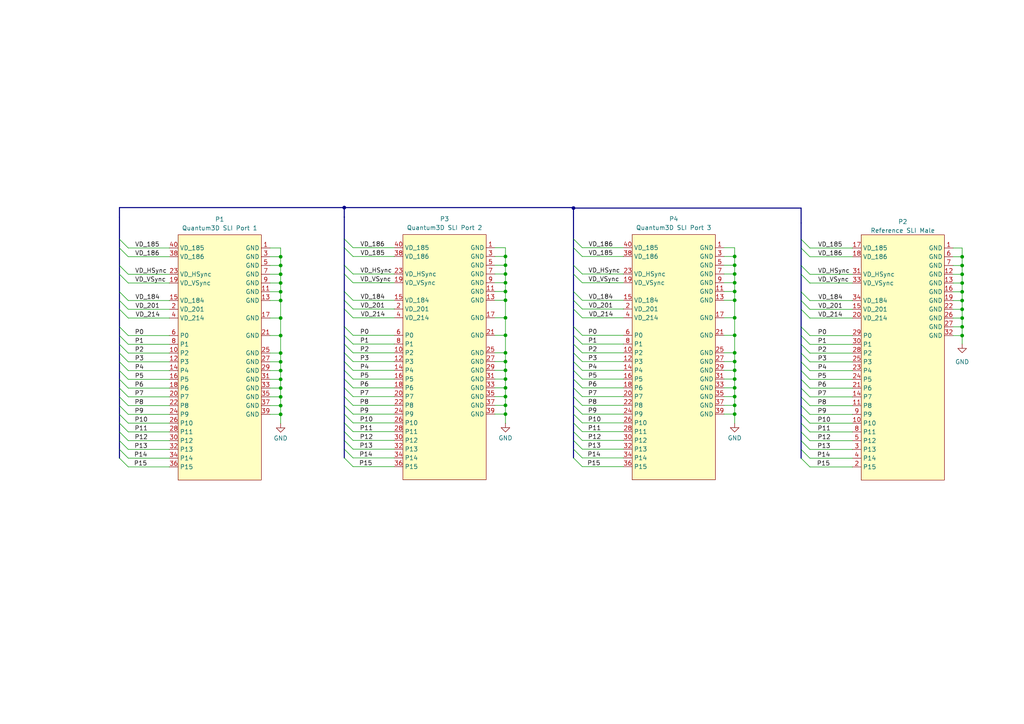
<source format=kicad_sch>
(kicad_sch (version 20231120) (generator "eeschema") (generator_version "8.0")
  (paper "A4")
  (lib_symbols
    (symbol "Quantum3D Voodoo2:Quantum_SLI_JP2"
      (property "Reference" "P" (at 12.192 1.524 0))
      (symbol "Quantum_SLI_JP2_0_0"
        (pin power_in line (at 26.67 -3.81 180) (length 2.54) (name "GND") (number "1"))
        (pin tri_state line (at -2.54 -34.29 0) (length 2.54) (name "P2") (number "10"))
        (pin power_in line (at 26.67 -16.51 180) (length 2.54) (name "GND") (number "11"))
        (pin tri_state line (at -2.54 -36.83 0) (length 2.54) (name "P3") (number "12"))
        (pin power_in line (at 26.67 -19.05 180) (length 2.54) (name "GND") (number "13"))
        (pin tri_state line (at -2.54 -39.37 0) (length 2.54) (name "P4") (number "14"))
        (pin tri_state line (at -2.54 -19.05 0) (length 2.54) (name "VD_184") (number "15"))
        (pin tri_state line (at -2.54 -41.91 0) (length 2.54) (name "P5") (number "16"))
        (pin power_in line (at 26.67 -24.13 180) (length 2.54) (name "GND") (number "17"))
        (pin tri_state line (at -2.54 -44.45 0) (length 2.54) (name "P6") (number "18"))
        (pin tri_state line (at -2.54 -21.59 0) (length 2.54) (name "VD_201") (number "2"))
        (pin tri_state line (at -2.54 -46.99 0) (length 2.54) (name "P7") (number "20"))
        (pin power_in line (at 26.67 -29.21 180) (length 2.54) (name "GND") (number "21"))
        (pin tri_state line (at -2.54 -49.53 0) (length 2.54) (name "P8") (number "22"))
        (pin tri_state line (at -2.54 -52.07 0) (length 2.54) (name "P9") (number "24"))
        (pin power_in line (at 26.67 -34.29 180) (length 2.54) (name "GND") (number "25"))
        (pin tri_state line (at -2.54 -54.61 0) (length 2.54) (name "P10") (number "26"))
        (pin power_in line (at 26.67 -36.83 180) (length 2.54) (name "GND") (number "27"))
        (pin tri_state line (at -2.54 -57.15 0) (length 2.54) (name "P11") (number "28"))
        (pin power_in line (at 26.67 -39.37 180) (length 2.54) (name "GND") (number "29"))
        (pin power_in line (at 26.67 -6.35 180) (length 2.54) (name "GND") (number "3"))
        (pin tri_state line (at -2.54 -59.69 0) (length 2.54) (name "P12") (number "30"))
        (pin power_in line (at 26.67 -41.91 180) (length 2.54) (name "GND") (number "31"))
        (pin tri_state line (at -2.54 -62.23 0) (length 2.54) (name "P13") (number "32"))
        (pin power_in line (at 26.67 -44.45 180) (length 2.54) (name "GND") (number "33"))
        (pin tri_state line (at -2.54 -64.77 0) (length 2.54) (name "P14") (number "34"))
        (pin power_in line (at 26.67 -46.99 180) (length 2.54) (name "GND") (number "35"))
        (pin tri_state line (at -2.54 -67.31 0) (length 2.54) (name "P15") (number "36"))
        (pin power_in line (at 26.67 -49.53 180) (length 2.54) (name "GND") (number "37"))
        (pin tri_state line (at -2.54 -6.35 0) (length 2.54) (name "VD_186") (number "38"))
        (pin power_in line (at 26.67 -52.07 180) (length 2.54) (name "GND") (number "39"))
        (pin tri_state line (at -2.54 -24.13 0) (length 2.54) (name "VD_214") (number "4"))
        (pin power_in line (at 26.67 -8.89 180) (length 2.54) (name "GND") (number "5"))
        (pin tri_state line (at -2.54 -29.21 0) (length 2.54) (name "P0") (number "6"))
        (pin power_in line (at 26.67 -11.43 180) (length 2.54) (name "GND") (number "7"))
        (pin tri_state line (at -2.54 -31.75 0) (length 2.54) (name "P1") (number "8"))
        (pin power_in line (at 26.67 -13.97 180) (length 2.54) (name "GND") (number "9"))
      )
      (symbol "Quantum_SLI_JP2_1_0"
        (pin tri_state line (at -2.54 -13.97 0) (length 2.54) (name "VD_VSync") (number "19"))
        (pin tri_state line (at -2.54 -11.43 0) (length 2.54) (name "VD_HSync") (number "23"))
        (pin tri_state line (at -2.54 -3.81 0) (length 2.54) (name "VD_185") (number "40"))
      )
      (symbol "Quantum_SLI_JP2_1_1"
        (rectangle (start 0 0) (end 24.13 -71.12) (fill (type background)))
      )
    )
    (symbol "Quantum3D Voodoo2:Reference_SLI_P1"
      (property "Reference" "P" (at 12.192 1.524 0))
      (symbol "Reference_SLI_P1_0_0"
        (pin power_in line (at 26.67 -3.81 180) (length 2.54) (name "GND") (number "1"))
        (pin tri_state line (at -2.54 -54.61 0) (length 2.54) (name "P10") (number "10"))
        (pin tri_state line (at -2.54 -49.53 0) (length 2.54) (name "P8") (number "11"))
        (pin power_in line (at 26.67 -11.43 180) (length 2.54) (name "GND") (number "12"))
        (pin power_in line (at 26.67 -13.97 180) (length 2.54) (name "GND") (number "13"))
        (pin tri_state line (at -2.54 -46.99 0) (length 2.54) (name "P7") (number "14"))
        (pin tri_state line (at -2.54 -21.59 0) (length 2.54) (name "VD_201") (number "15"))
        (pin power_in line (at 26.67 -16.51 180) (length 2.54) (name "GND") (number "16"))
        (pin tri_state line (at -2.54 -6.35 0) (length 2.54) (name "VD_186") (number "18"))
        (pin power_in line (at 26.67 -19.05 180) (length 2.54) (name "GND") (number "19"))
        (pin tri_state line (at -2.54 -67.31 0) (length 2.54) (name "P15") (number "2"))
        (pin tri_state line (at -2.54 -24.13 0) (length 2.54) (name "VD_214") (number "20"))
        (pin tri_state line (at -2.54 -44.45 0) (length 2.54) (name "P6") (number "21"))
        (pin power_in line (at 26.67 -21.59 180) (length 2.54) (name "GND") (number "22"))
        (pin tri_state line (at -2.54 -39.37 0) (length 2.54) (name "P4") (number "23"))
        (pin tri_state line (at -2.54 -41.91 0) (length 2.54) (name "P5") (number "24"))
        (pin tri_state line (at -2.54 -36.83 0) (length 2.54) (name "P3") (number "25"))
        (pin power_in line (at 26.67 -24.13 180) (length 2.54) (name "GND") (number "26"))
        (pin power_in line (at 26.67 -26.67 180) (length 2.54) (name "GND") (number "27"))
        (pin tri_state line (at -2.54 -34.29 0) (length 2.54) (name "P2") (number "28"))
        (pin tri_state line (at -2.54 -29.21 0) (length 2.54) (name "P0") (number "29"))
        (pin tri_state line (at -2.54 -62.23 0) (length 2.54) (name "P13") (number "3"))
        (pin tri_state line (at -2.54 -31.75 0) (length 2.54) (name "P1") (number "30"))
        (pin tri_state line (at -2.54 -11.43 0) (length 2.54) (name "VD_HSync") (number "31"))
        (pin power_in line (at 26.67 -29.21 180) (length 2.54) (name "GND") (number "32"))
        (pin tri_state line (at -2.54 -13.97 0) (length 2.54) (name "VD_VSync") (number "33"))
        (pin tri_state line (at -2.54 -19.05 0) (length 2.54) (name "VD_184") (number "34"))
        (pin tri_state line (at -2.54 -64.77 0) (length 2.54) (name "P14") (number "4"))
        (pin tri_state line (at -2.54 -59.69 0) (length 2.54) (name "P12") (number "5"))
        (pin power_in line (at 26.67 -6.35 180) (length 2.54) (name "GND") (number "6"))
        (pin power_in line (at 26.67 -8.89 180) (length 2.54) (name "GND") (number "7"))
        (pin tri_state line (at -2.54 -57.15 0) (length 2.54) (name "P11") (number "8"))
        (pin tri_state line (at -2.54 -52.07 0) (length 2.54) (name "P9") (number "9"))
      )
      (symbol "Reference_SLI_P1_1_0"
        (pin tri_state line (at -2.54 -3.81 0) (length 2.54) (name "VD_185") (number "17"))
      )
      (symbol "Reference_SLI_P1_1_1"
        (rectangle (start 0 0) (end 24.13 -71.12) (fill (type background)))
      )
    )
    (symbol "power:GND" (power) (pin_numbers hide) (pin_names (offset 0) hide)
      (property "Value" "GND" (at 0 -3.81 0))
      (symbol "GND_0_1"
        (polyline (pts (xy 0 0) (xy 0 -1.27) (xy 1.27 -1.27) (xy 0 -2.54) (xy -1.27 -1.27) (xy 0 -1.27)))
      )
      (symbol "GND_1_1"
        (pin power_in line (at 0 0 270) (length 0) (name "~") (number "1"))
      )
    )
  )
  (bus_alias "SLI" (members "VD_185" "VD_186" "VD_HSync" "VD_VSync" "VD_184" "VD_201" "VD_214" "P[0..15]"))
  (junction (at 81.3922 87.1594))
  (junction (at 213.0806 87.0885))
  (junction (at 213.0806 109.9485))
  (junction (at 213.0806 74.3885))
  (junction (at 213.0806 97.2485))
  (junction (at 279.0661 74.4737))
  (junction (at 146.6043 107.4092))
  (junction (at 146.6043 74.3892))
  (junction (at 146.6043 76.9292))
  (junction (at 146.6043 117.5692))
  (junction (at 213.0806 82.0085))
  (junction (at 213.0806 107.4085))
  (junction (at 81.3922 82.0794))
  (junction (at 146.6043 109.9492))
  (junction (at 213.0806 120.1078))
  (junction (at 81.3922 84.6194))
  (junction (at 146.6043 97.2492))
  (junction (at 81.3922 110.0194))
  (junction (at 146.6043 115.0292))
  (junction (at 213.0806 112.4885))
  (junction (at 81.3922 74.4594))
  (junction (at 213.0806 115.0285))
  (junction (at 81.3922 107.4794))
  (junction (at 279.0661 84.6337))
  (junction (at 146.6043 79.4692))
  (junction (at 81.3922 92.2394))
  (junction (at 81.3922 112.5594))
  (junction (at 279.0661 97.3337))
  (junction (at 279.0661 82.0937))
  (junction (at 146.6043 84.5492))
  (junction (at 279.0661 79.5537))
  (junction (at 81.3922 115.0994))
  (junction (at 279.0661 92.2537))
  (junction (at 146.6043 112.4892))
  (junction (at 81.3922 97.3194))
  (junction (at 146.6043 82.0092))
  (junction (at 279.0661 89.7137))
  (junction (at 213.0806 104.8685))
  (junction (at 146.6043 104.8692))
  (junction (at 213.0806 102.3285))
  (junction (at 81.3922 76.9994))
  (junction (at 213.0806 84.5485))
  (junction (at 81.3922 104.9394))
  (junction (at 279.0661 77.0137))
  (junction (at 81.3922 117.6394))
  (junction (at 279.0661 87.1737))
  (junction (at 279.0661 94.7937))
  (junction (at 81.3922 79.5394))
  (junction (at 146.6043 87.0892))
  (junction (at 213.0806 76.9285))
  (junction (at 213.0806 117.5685))
  (junction (at 146.6043 92.1692))
  (junction (at 146.6043 102.3292))
  (junction (at 81.3922 120.1787))
  (junction (at 146.6043 120.1085))
  (junction (at 81.3922 102.3994))
  (junction (at 99.8579 60.2092))
  (junction (at 213.0806 79.4685))
  (junction (at 213.0806 92.1685))
  (junction (at 166.3342 60.3507))
  (bus_entry (at 37.1897 112.5647) (size -2.54 -2.54))
  (bus_entry (at 168.8781 107.4138) (size -2.54 -2.54))
  (bus_entry (at 102.4018 112.4945) (size -2.54 -2.54))
  (bus_entry (at 234.8969 107.4976) (size -2.54 -2.54))
  (bus_entry (at 37.1897 87.1647) (size -2.54 -2.54))
  (bus_entry (at 37.1897 79.5447) (size -2.54 -2.54))
  (bus_entry (at 37.1897 71.9247) (size -2.54 -2.54))
  (bus_entry (at 102.4018 79.4745) (size -2.54 -2.54))
  (bus_entry (at 37.1897 110.0247) (size -2.54 -2.54))
  (bus_entry (at 102.4018 89.6345) (size -2.54 -2.54))
  (bus_entry (at 168.8781 130.2738) (size -2.54 -2.54))
  (bus_entry (at 234.8969 89.7176) (size -2.54 -2.54))
  (bus_entry (at 102.4018 107.4145) (size -2.54 -2.54))
  (bus_entry (at 168.8781 127.7338) (size -2.54 -2.54))
  (bus_entry (at 37.1897 97.3247) (size -2.54 -2.54))
  (bus_entry (at 37.1897 120.1847) (size -2.54 -2.54))
  (bus_entry (at 234.8969 122.7376) (size -2.54 -2.54))
  (bus_entry (at 168.8781 71.8538) (size -2.54 -2.54))
  (bus_entry (at 37.1897 117.6447) (size -2.54 -2.54))
  (bus_entry (at 37.1897 132.8847) (size -2.54 -2.54))
  (bus_entry (at 37.1897 102.4047) (size -2.54 -2.54))
  (bus_entry (at 168.8781 109.9538) (size -2.54 -2.54))
  (bus_entry (at 37.1897 122.7247) (size -2.54 -2.54))
  (bus_entry (at 102.4018 92.1745) (size -2.54 -2.54))
  (bus_entry (at 234.8969 74.4776) (size -2.54 -2.54))
  (bus_entry (at 168.8781 132.8138) (size -2.54 -2.54))
  (bus_entry (at 234.8969 87.1776) (size -2.54 -2.54))
  (bus_entry (at 234.8969 79.5576) (size -2.54 -2.54))
  (bus_entry (at 102.4018 82.0145) (size -2.54 -2.54))
  (bus_entry (at 234.8969 71.9376) (size -2.54 -2.54))
  (bus_entry (at 168.8781 135.3538) (size -2.54 -2.54))
  (bus_entry (at 234.8969 132.8976) (size -2.54 -2.54))
  (bus_entry (at 168.8781 97.2538) (size -2.54 -2.54))
  (bus_entry (at 168.8781 89.6338) (size -2.54 -2.54))
  (bus_entry (at 234.8969 125.2776) (size -2.54 -2.54))
  (bus_entry (at 37.1897 127.8047) (size -2.54 -2.54))
  (bus_entry (at 234.8969 117.6576) (size -2.54 -2.54))
  (bus_entry (at 102.4018 117.5745) (size -2.54 -2.54))
  (bus_entry (at 234.8969 110.0376) (size -2.54 -2.54))
  (bus_entry (at 37.1897 130.3447) (size -2.54 -2.54))
  (bus_entry (at 168.8781 79.4738) (size -2.54 -2.54))
  (bus_entry (at 102.4018 122.6545) (size -2.54 -2.54))
  (bus_entry (at 234.8969 120.1976) (size -2.54 -2.54))
  (bus_entry (at 102.4018 102.3345) (size -2.54 -2.54))
  (bus_entry (at 37.1897 82.0847) (size -2.54 -2.54))
  (bus_entry (at 234.8969 102.4176) (size -2.54 -2.54))
  (bus_entry (at 102.4018 104.8745) (size -2.54 -2.54))
  (bus_entry (at 102.4018 97.2545) (size -2.54 -2.54))
  (bus_entry (at 37.1897 104.9447) (size -2.54 -2.54))
  (bus_entry (at 168.8781 115.0338) (size -2.54 -2.54))
  (bus_entry (at 234.8969 135.4376) (size -2.54 -2.54))
  (bus_entry (at 234.8969 127.8176) (size -2.54 -2.54))
  (bus_entry (at 37.1897 89.7047) (size -2.54 -2.54))
  (bus_entry (at 102.4018 109.9545) (size -2.54 -2.54))
  (bus_entry (at 168.8781 104.8738) (size -2.54 -2.54))
  (bus_entry (at 168.8781 74.3938) (size -2.54 -2.54))
  (bus_entry (at 234.8969 130.3576) (size -2.54 -2.54))
  (bus_entry (at 168.8781 122.6538) (size -2.54 -2.54))
  (bus_entry (at 234.8969 82.0976) (size -2.54 -2.54))
  (bus_entry (at 102.4018 87.0945) (size -2.54 -2.54))
  (bus_entry (at 102.4018 115.0345) (size -2.54 -2.54))
  (bus_entry (at 168.8781 82.0138) (size -2.54 -2.54))
  (bus_entry (at 102.4018 99.7945) (size -2.54 -2.54))
  (bus_entry (at 37.1897 107.4847) (size -2.54 -2.54))
  (bus_entry (at 234.8969 104.9576) (size -2.54 -2.54))
  (bus_entry (at 168.8781 125.1938) (size -2.54 -2.54))
  (bus_entry (at 102.4018 135.3545) (size -2.54 -2.54))
  (bus_entry (at 102.4018 127.7345) (size -2.54 -2.54))
  (bus_entry (at 168.8781 120.1138) (size -2.54 -2.54))
  (bus_entry (at 168.8781 117.5738) (size -2.54 -2.54))
  (bus_entry (at 168.8781 92.1738) (size -2.54 -2.54))
  (bus_entry (at 37.1897 74.4647) (size -2.54 -2.54))
  (bus_entry (at 37.1897 115.1047) (size -2.54 -2.54))
  (bus_entry (at 234.8969 112.5776) (size -2.54 -2.54))
  (bus_entry (at 168.8781 102.3338) (size -2.54 -2.54))
  (bus_entry (at 234.8969 97.3376) (size -2.54 -2.54))
  (bus_entry (at 37.1897 135.4247) (size -2.54 -2.54))
  (bus_entry (at 168.8781 112.4938) (size -2.54 -2.54))
  (bus_entry (at 234.8969 92.2576) (size -2.54 -2.54))
  (bus_entry (at 37.1897 99.8647) (size -2.54 -2.54))
  (bus_entry (at 102.4018 125.1945) (size -2.54 -2.54))
  (bus_entry (at 102.4018 132.8145) (size -2.54 -2.54))
  (bus_entry (at 37.1897 125.2647) (size -2.54 -2.54))
  (bus_entry (at 37.1897 92.2447) (size -2.54 -2.54))
  (bus_entry (at 168.8781 87.0938) (size -2.54 -2.54))
  (bus_entry (at 102.4018 71.8545) (size -2.54 -2.54))
  (bus_entry (at 234.8969 99.8776) (size -2.54 -2.54))
  (bus_entry (at 234.8969 115.1176) (size -2.54 -2.54))
  (bus_entry (at 102.4018 74.3945) (size -2.54 -2.54))
  (bus_entry (at 102.4018 130.2745) (size -2.54 -2.54))
  (bus_entry (at 168.8781 99.7938) (size -2.54 -2.54))
  (bus_entry (at 102.4018 120.1145) (size -2.54 -2.54))
  (wire (pts (xy 81.3922 71.9194) (xy 81.3922 74.4594)))
  (wire (pts (xy 81.3922 74.4594) (xy 81.3922 76.9994)))
  (wire (pts (xy 213.0806 74.3885) (xy 213.0806 76.9285)))
  (wire (pts (xy 247.2384 122.7376) (xy 247.2384 122.7337)))
  (bus (pts (xy 99.8618 62.9724) (xy 99.8618 69.3145)))
  (wire (pts (xy 102.4018 102.3345) (xy 114.3291 102.3345)))
  (wire (pts (xy 234.8969 104.9576) (xy 247.2384 104.9576)))
  (bus (pts (xy 166.3381 102.3338) (xy 166.3381 99.7938)))
  (wire (pts (xy 168.8781 104.8738) (xy 180.8054 104.8738)))
  (wire (pts (xy 146.6043 92.1692) (xy 146.6043 97.2492)))
  (bus (pts (xy 166.3381 89.6338) (xy 166.3381 87.0938)))
  (wire (pts (xy 234.8969 74.4776) (xy 247.2384 74.4776)))
  (wire (pts (xy 213.0806 82.0085) (xy 213.0806 84.5485)))
  (bus (pts (xy 34.6497 107.4847) (xy 34.6497 104.9447)))
  (wire (pts (xy 213.0806 120.1078) (xy 213.0806 122.7624)))
  (wire (pts (xy 180.8054 109.9538) (xy 180.8054 109.9485)))
  (wire (pts (xy 247.2384 79.5576) (xy 247.2384 79.5537)))
  (bus (pts (xy 166.3381 120.1138) (xy 166.3381 117.5738)))
  (wire (pts (xy 234.8969 87.1776) (xy 247.2384 87.1776)))
  (wire (pts (xy 168.8781 71.8538) (xy 180.8054 71.8538)))
  (bus (pts (xy 232.3569 87.1776) (xy 232.3569 84.6376)))
  (wire (pts (xy 210.0154 74.3885) (xy 213.0806 74.3885)))
  (wire (pts (xy 234.8969 110.0337) (xy 234.8969 110.0376)))
  (wire (pts (xy 143.5391 76.9292) (xy 146.6043 76.9292)))
  (wire (pts (xy 247.2384 104.9576) (xy 247.2384 104.9537)))
  (wire (pts (xy 180.8054 125.1938) (xy 180.8054 125.1885)))
  (bus (pts (xy 166.3381 127.7338) (xy 166.3381 125.1938)))
  (wire (pts (xy 81.3922 112.5594) (xy 81.3922 115.0994)))
  (wire (pts (xy 279.0661 92.2537) (xy 279.0661 94.7937)))
  (bus (pts (xy 232.3569 97.3376) (xy 232.3569 94.7976)))
  (bus (pts (xy 232.3569 79.5576) (xy 232.3569 77.0176)))
  (wire (pts (xy 49.117 115.1047) (xy 49.117 115.0994)))
  (wire (pts (xy 234.8969 117.6576) (xy 247.2384 117.6576)))
  (wire (pts (xy 180.8054 130.2738) (xy 180.8054 130.2685)))
  (bus (pts (xy 232.3569 117.6576) (xy 232.3569 115.1176)))
  (bus (pts (xy 99.8579 60.2092) (xy 166.3342 60.2092)))
  (wire (pts (xy 247.2384 97.3376) (xy 247.2384 97.3337)))
  (bus (pts (xy 34.6497 71.9247) (xy 34.6497 69.3847)))
  (wire (pts (xy 78.327 87.1594) (xy 81.3922 87.1594)))
  (wire (pts (xy 37.1897 112.5647) (xy 49.117 112.5647)))
  (wire (pts (xy 234.8969 79.5576) (xy 247.2384 79.5576)))
  (wire (pts (xy 37.1897 79.5447) (xy 49.117 79.5447)))
  (wire (pts (xy 49.117 132.8847) (xy 49.117 132.8794)))
  (wire (pts (xy 210.0154 112.4885) (xy 213.0806 112.4885)))
  (wire (pts (xy 37.1897 135.4247) (xy 49.117 135.4247)))
  (wire (pts (xy 146.6043 120.1085) (xy 143.5391 120.1085)))
  (bus (pts (xy 166.3381 94.7138) (xy 166.3381 89.6338)))
  (wire (pts (xy 279.0661 89.7137) (xy 279.0661 92.2537)))
  (wire (pts (xy 279.0661 71.9337) (xy 279.0661 74.4737)))
  (wire (pts (xy 276.4484 79.5537) (xy 279.0661 79.5537)))
  (bus (pts (xy 99.8618 89.6345) (xy 99.8618 87.0945)))
  (bus (pts (xy 34.6497 104.9447) (xy 34.6497 102.4047)))
  (bus (pts (xy 166.3381 130.2738) (xy 166.3381 127.7338)))
  (wire (pts (xy 168.8781 92.1738) (xy 180.8054 92.1738)))
  (wire (pts (xy 49.117 102.4047) (xy 49.117 102.3994)))
  (wire (pts (xy 49.117 71.9247) (xy 49.117 71.9194)))
  (wire (pts (xy 49.117 130.3447) (xy 49.117 130.3394)))
  (wire (pts (xy 49.117 92.2447) (xy 49.117 92.2394)))
  (wire (pts (xy 143.5391 112.4892) (xy 146.6043 112.4892)))
  (wire (pts (xy 247.2384 130.3576) (xy 247.2384 130.3537)))
  (wire (pts (xy 114.3291 92.1745) (xy 114.3291 92.1692)))
  (bus (pts (xy 99.8618 71.8545) (xy 99.8618 69.3145)))
  (wire (pts (xy 143.5391 107.4092) (xy 146.6043 107.4092)))
  (wire (pts (xy 102.4018 130.2745) (xy 114.3291 130.2745)))
  (wire (pts (xy 78.327 115.0994) (xy 81.3922 115.0994)))
  (wire (pts (xy 213.0806 102.3285) (xy 213.0806 104.8685)))
  (wire (pts (xy 143.5391 115.0292) (xy 146.6043 115.0292)))
  (wire (pts (xy 234.8969 82.0937) (xy 234.8969 82.0976)))
  (wire (pts (xy 37.1897 117.6447) (xy 49.117 117.6447)))
  (wire (pts (xy 78.327 74.4594) (xy 81.3922 74.4594)))
  (wire (pts (xy 234.8969 130.3576) (xy 247.2384 130.3576)))
  (wire (pts (xy 143.5391 82.0092) (xy 146.6043 82.0092)))
  (wire (pts (xy 213.0806 109.9485) (xy 213.0806 112.4885)))
  (wire (pts (xy 114.3291 89.6345) (xy 114.3291 89.6292)))
  (wire (pts (xy 146.6043 107.4092) (xy 146.6043 109.9492)))
  (bus (pts (xy 99.8618 117.5745) (xy 99.8618 115.0345)))
  (wire (pts (xy 81.3922 117.6394) (xy 81.3922 120.1787)))
  (wire (pts (xy 102.4018 97.2545) (xy 114.3291 97.2545)))
  (wire (pts (xy 180.8054 132.8138) (xy 180.8054 132.8085)))
  (wire (pts (xy 210.0154 84.5485) (xy 213.0806 84.5485)))
  (wire (pts (xy 168.8781 122.6538) (xy 180.8054 122.6538)))
  (wire (pts (xy 114.3291 102.3345) (xy 114.3291 102.3292)))
  (bus (pts (xy 99.8618 107.4145) (xy 99.8618 104.8745)))
  (wire (pts (xy 78.327 110.0194) (xy 81.3922 110.0194)))
  (wire (pts (xy 102.4018 132.8145) (xy 114.3291 132.8145)))
  (wire (pts (xy 102.4018 104.8745) (xy 114.3291 104.8745)))
  (wire (pts (xy 168.8781 89.6338) (xy 180.8054 89.6338)))
  (wire (pts (xy 234.8969 120.1976) (xy 247.2384 120.1976)))
  (wire (pts (xy 168.8781 117.5738) (xy 180.8054 117.5738)))
  (wire (pts (xy 146.6043 117.5692) (xy 146.6043 120.1085)))
  (wire (pts (xy 210.0154 115.0285) (xy 213.0806 115.0285)))
  (wire (pts (xy 81.3922 97.3194) (xy 81.3922 102.3994)))
  (wire (pts (xy 213.0806 112.4885) (xy 213.0806 115.0285)))
  (wire (pts (xy 37.1897 99.8647) (xy 49.117 99.8647)))
  (wire (pts (xy 146.6043 71.8492) (xy 146.6043 74.3892)))
  (bus (pts (xy 166.3381 71.8538) (xy 166.3381 69.3138)))
  (bus (pts (xy 99.8618 112.4945) (xy 99.8618 109.9545)))
  (wire (pts (xy 102.4018 82.0145) (xy 114.3291 82.0145)))
  (wire (pts (xy 37.1897 122.7247) (xy 49.117 122.7247)))
  (wire (pts (xy 234.8969 99.8776) (xy 247.2384 99.8776)))
  (wire (pts (xy 37.1897 92.2447) (xy 49.117 92.2447)))
  (wire (pts (xy 78.327 112.5594) (xy 81.3922 112.5594)))
  (wire (pts (xy 210.0154 76.9285) (xy 213.0806 76.9285)))
  (bus (pts (xy 99.8618 120.1145) (xy 99.8618 117.5745)))
  (wire (pts (xy 78.327 79.5394) (xy 81.3922 79.5394)))
  (wire (pts (xy 143.5391 104.8692) (xy 146.6043 104.8692)))
  (wire (pts (xy 247.2384 120.1976) (xy 247.2384 120.1937)))
  (wire (pts (xy 168.8781 112.4938) (xy 180.8054 112.4938)))
  (wire (pts (xy 146.6043 104.8692) (xy 146.6043 107.4092)))
  (bus (pts (xy 99.8618 125.1945) (xy 99.8618 122.6545)))
  (wire (pts (xy 114.3291 122.6545) (xy 114.3291 122.6492)))
  (wire (pts (xy 213.0806 79.4685) (xy 213.0806 82.0085)))
  (wire (pts (xy 210.0154 102.3285) (xy 213.0806 102.3285)))
  (wire (pts (xy 213.0806 84.5485) (xy 213.0806 87.0885)))
  (wire (pts (xy 234.8969 92.2537) (xy 234.8969 92.2576)))
  (wire (pts (xy 81.3922 82.0794) (xy 81.3922 84.6194)))
  (wire (pts (xy 276.4484 77.0137) (xy 279.0661 77.0137)))
  (wire (pts (xy 102.4018 99.7945) (xy 114.3291 99.7945)))
  (bus (pts (xy 166.3381 132.8138) (xy 166.3381 130.2738)))
  (wire (pts (xy 81.3922 102.3994) (xy 81.3922 104.9394)))
  (bus (pts (xy 232.3569 115.1176) (xy 232.3569 112.5776)))
  (bus (pts (xy 34.6458 60.2092) (xy 99.8579 60.2092)))
  (wire (pts (xy 234.8969 97.3376) (xy 247.2384 97.3376)))
  (wire (pts (xy 49.117 104.9447) (xy 49.117 104.9394)))
  (bus (pts (xy 232.3569 94.7976) (xy 232.3569 89.7176)))
  (wire (pts (xy 247.2384 112.5776) (xy 247.2384 112.5737)))
  (wire (pts (xy 102.4018 71.8545) (xy 114.3291 71.8545)))
  (bus (pts (xy 34.6497 120.1847) (xy 34.6497 117.6447)))
  (wire (pts (xy 143.5391 74.3892) (xy 146.6043 74.3892)))
  (wire (pts (xy 276.4484 74.4737) (xy 279.0661 74.4737)))
  (bus (pts (xy 232.3569 64.667) (xy 232.3569 69.3976)))
  (wire (pts (xy 213.0806 87.0885) (xy 213.0806 92.1685)))
  (bus (pts (xy 232.3569 122.7376) (xy 232.3569 120.1976)))
  (bus (pts (xy 166.3342 60.3507) (xy 166.3342 62.9717)))
  (wire (pts (xy 114.3291 130.2745) (xy 114.3291 130.2692)))
  (wire (pts (xy 168.8781 120.1138) (xy 180.8054 120.1138)))
  (wire (pts (xy 78.327 71.9194) (xy 81.3922 71.9194)))
  (wire (pts (xy 143.5391 117.5692) (xy 146.6043 117.5692)))
  (bus (pts (xy 166.3381 125.1938) (xy 166.3381 122.6538)))
  (wire (pts (xy 114.3291 107.4145) (xy 114.3291 107.4092)))
  (wire (pts (xy 114.3291 104.8745) (xy 114.3291 104.8692)))
  (wire (pts (xy 213.0806 107.4085) (xy 213.0806 109.9485)))
  (wire (pts (xy 78.327 84.6194) (xy 81.3922 84.6194)))
  (bus (pts (xy 34.6497 122.7247) (xy 34.6497 120.1847)))
  (wire (pts (xy 143.5391 120.1085) (xy 143.5391 120.1092)))
  (bus (pts (xy 34.6497 102.4047) (xy 34.6497 99.8647)))
  (wire (pts (xy 143.5391 71.8492) (xy 146.6043 71.8492)))
  (wire (pts (xy 279.0661 84.6337) (xy 279.0661 87.1737)))
  (wire (pts (xy 180.8054 115.0338) (xy 180.8054 115.0285)))
  (wire (pts (xy 180.8054 79.4738) (xy 180.8054 79.4685)))
  (bus (pts (xy 166.3381 97.2538) (xy 166.3381 94.7138)))
  (wire (pts (xy 37.1897 125.2647) (xy 49.117 125.2647)))
  (wire (pts (xy 180.8054 135.3538) (xy 180.8054 135.3485)))
  (wire (pts (xy 49.117 79.5447) (xy 49.117 79.5394)))
  (wire (pts (xy 180.8054 104.8738) (xy 180.8054 104.8685)))
  (wire (pts (xy 213.0806 117.5685) (xy 213.0806 120.1078)))
  (bus (pts (xy 34.6497 97.3247) (xy 34.6497 94.7847)))
  (wire (pts (xy 279.0661 74.4737) (xy 279.0661 77.0137)))
  (wire (pts (xy 143.5391 79.4692) (xy 146.6043 79.4692)))
  (wire (pts (xy 114.3291 74.3945) (xy 114.3291 74.3892)))
  (wire (pts (xy 102.4018 120.1145) (xy 114.3291 120.1145)))
  (wire (pts (xy 276.4484 97.3337) (xy 279.0661 97.3337)))
  (wire (pts (xy 49.117 110.0247) (xy 49.117 110.0194)))
  (wire (pts (xy 146.6043 115.0292) (xy 146.6043 117.5692)))
  (wire (pts (xy 247.2384 74.4776) (xy 247.2384 74.4737)))
  (wire (pts (xy 276.4484 82.0937) (xy 279.0661 82.0937)))
  (wire (pts (xy 168.8781 109.9538) (xy 180.8054 109.9538)))
  (wire (pts (xy 279.0661 82.0937) (xy 279.0661 84.6337)))
  (wire (pts (xy 180.8054 117.5738) (xy 180.8054 117.5685)))
  (bus (pts (xy 232.3569 104.9576) (xy 232.3569 102.4176)))
  (wire (pts (xy 210.0154 79.4685) (xy 213.0806 79.4685)))
  (wire (pts (xy 114.3291 71.8545) (xy 114.3291 71.8492)))
  (bus (pts (xy 232.3569 71.9376) (xy 232.3569 69.3976)))
  (bus (pts (xy 232.3569 127.8176) (xy 232.3569 125.2776)))
  (wire (pts (xy 276.4484 89.7137) (xy 279.0661 89.7137)))
  (bus (pts (xy 166.3381 107.4138) (xy 166.3381 104.8738)))
  (wire (pts (xy 180.8054 74.3938) (xy 180.8054 74.3885)))
  (bus (pts (xy 99.8579 60.139) (xy 99.8579 60.2092)))
  (wire (pts (xy 37.1897 115.1047) (xy 49.117 115.1047)))
  (wire (pts (xy 279.0661 77.0137) (xy 279.0661 79.5537)))
  (wire (pts (xy 102.4018 122.6545) (xy 114.3291 122.6545)))
  (wire (pts (xy 143.5391 84.5492) (xy 146.6043 84.5492)))
  (wire (pts (xy 81.3922 87.1594) (xy 81.3922 92.2394)))
  (wire (pts (xy 114.3291 109.9545) (xy 114.3291 109.9492)))
  (wire (pts (xy 143.5391 109.9492) (xy 146.6043 109.9492)))
  (bus (pts (xy 166.3381 115.0338) (xy 166.3381 112.4938)))
  (wire (pts (xy 81.3922 76.9994) (xy 81.3922 79.5394)))
  (wire (pts (xy 234.8969 102.4137) (xy 234.8969 102.4176)))
  (bus (pts (xy 34.6458 63.0426) (xy 34.6497 63.0426)))
  (wire (pts (xy 180.8054 112.4938) (xy 180.8054 112.4885)))
  (wire (pts (xy 180.8054 102.3338) (xy 180.8054 102.3285)))
  (wire (pts (xy 49.117 135.4247) (xy 49.117 135.4194)))
  (wire (pts (xy 37.1897 87.1647) (xy 49.117 87.1647)))
  (bus (pts (xy 166.3381 87.0938) (xy 166.3381 84.5538)))
  (wire (pts (xy 78.327 120.1787) (xy 78.327 120.1794)))
  (bus (pts (xy 34.6497 63.0426) (xy 34.6497 69.3847)))
  (bus (pts (xy 166.3381 109.9538) (xy 166.3381 107.4138)))
  (wire (pts (xy 37.1897 71.9247) (xy 49.117 71.9247)))
  (bus (pts (xy 232.3569 120.1976) (xy 232.3569 117.6576)))
  (bus (pts (xy 166.3381 84.5538) (xy 166.3381 79.4738)))
  (wire (pts (xy 78.327 104.9394) (xy 81.3922 104.9394)))
  (wire (pts (xy 78.327 92.2394) (xy 81.3922 92.2394)))
  (wire (pts (xy 102.4018 117.5745) (xy 114.3291 117.5745)))
  (wire (pts (xy 114.3291 120.1145) (xy 114.3291 120.1092)))
  (wire (pts (xy 102.4018 92.1745) (xy 114.3291 92.1745)))
  (wire (pts (xy 37.1897 132.8847) (xy 49.117 132.8847)))
  (wire (pts (xy 210.0154 109.9485) (xy 213.0806 109.9485)))
  (wire (pts (xy 213.0806 71.8485) (xy 213.0806 74.3885)))
  (wire (pts (xy 146.6043 79.4692) (xy 146.6043 82.0092)))
  (bus (pts (xy 34.6497 94.7847) (xy 34.6497 89.7047)))
  (wire (pts (xy 247.2384 107.4976) (xy 247.2384 107.4937)))
  (bus (pts (xy 34.6497 87.1647) (xy 34.6497 84.6247)))
  (wire (pts (xy 247.2384 92.2537) (xy 234.8969 92.2537)))
  (wire (pts (xy 37.1897 107.4847) (xy 49.117 107.4847)))
  (wire (pts (xy 114.3291 99.7945) (xy 114.3291 99.7892)))
  (wire (pts (xy 247.2384 135.4376) (xy 247.2384 135.4337)))
  (wire (pts (xy 114.3291 132.8145) (xy 114.3291 132.8092)))
  (wire (pts (xy 234.8969 115.1176) (xy 247.2384 115.1176)))
  (bus (pts (xy 232.3569 130.3576) (xy 232.3569 127.8176)))
  (bus (pts (xy 232.3551 64.667) (xy 232.3551 60.3507)))
  (wire (pts (xy 114.3291 127.7345) (xy 114.3291 127.7292)))
  (bus (pts (xy 99.8618 127.7345) (xy 99.8618 125.1945)))
  (bus (pts (xy 232.3569 89.7176) (xy 232.3569 87.1776)))
  (wire (pts (xy 234.8969 89.7176) (xy 247.2384 89.7176)))
  (wire (pts (xy 49.117 87.1647) (xy 49.117 87.1594)))
  (wire (pts (xy 78.327 117.6394) (xy 81.3922 117.6394)))
  (bus (pts (xy 232.3569 99.8776) (xy 232.3569 97.3376)))
  (wire (pts (xy 102.4018 109.9545) (xy 114.3291 109.9545)))
  (wire (pts (xy 102.4018 112.4945) (xy 114.3291 112.4945)))
  (bus (pts (xy 232.3569 132.8976) (xy 232.3569 130.3576)))
  (wire (pts (xy 49.117 125.2647) (xy 49.117 125.2594)))
  (wire (pts (xy 102.4018 125.1945) (xy 114.3291 125.1945)))
  (wire (pts (xy 102.4018 115.0345) (xy 114.3291 115.0345)))
  (wire (pts (xy 102.4018 135.3545) (xy 114.3291 135.3545)))
  (wire (pts (xy 81.3922 110.0194) (xy 81.3922 112.5594)))
  (wire (pts (xy 114.3291 125.1945) (xy 114.3291 125.1892)))
  (wire (pts (xy 102.4018 107.4145) (xy 114.3291 107.4145)))
  (wire (pts (xy 247.2384 99.8776) (xy 247.2384 99.8737)))
  (wire (pts (xy 114.3291 112.4945) (xy 114.3291 112.4892)))
  (bus (pts (xy 99.8618 104.8745) (xy 99.8618 102.3345)))
  (wire (pts (xy 81.3922 120.1787) (xy 81.3922 122.8333)))
  (wire (pts (xy 210.0154 82.0085) (xy 213.0806 82.0085)))
  (wire (pts (xy 210.0154 87.0885) (xy 213.0806 87.0885)))
  (bus (pts (xy 166.3381 117.5738) (xy 166.3381 115.0338)))
  (bus (pts (xy 34.6497 130.3447) (xy 34.6497 127.8047)))
  (bus (pts (xy 34.6497 110.0247) (xy 34.6497 107.4847)))
  (wire (pts (xy 247.2384 132.8976) (xy 247.2384 132.8937)))
  (bus (pts (xy 99.8579 60.2092) (xy 99.8579 62.9724)))
  (wire (pts (xy 49.117 82.0847) (xy 49.117 82.0794)))
  (wire (pts (xy 234.8969 71.9376) (xy 247.2384 71.9376)))
  (wire (pts (xy 180.8054 120.1138) (xy 180.8054 120.1085)))
  (bus (pts (xy 166.3342 62.9717) (xy 166.3381 62.9717)))
  (bus (pts (xy 34.6497 127.8047) (xy 34.6497 125.2647)))
  (bus (pts (xy 232.3569 102.4176) (xy 232.3569 99.8776)))
  (wire (pts (xy 49.117 120.1847) (xy 49.117 120.1794)))
  (bus (pts (xy 166.3381 62.9717) (xy 166.3381 69.3138)))
  (wire (pts (xy 180.8054 71.8538) (xy 180.8054 71.8485)))
  (bus (pts (xy 99.8618 87.0945) (xy 99.8618 84.5545)))
  (wire (pts (xy 146.6043 76.9292) (xy 146.6043 79.4692)))
  (bus (pts (xy 99.8618 132.8145) (xy 99.8618 130.2745)))
  (wire (pts (xy 114.3291 115.0345) (xy 114.3291 115.0292)))
  (wire (pts (xy 247.2384 117.6576) (xy 247.2384 117.6537)))
  (wire (pts (xy 180.8054 97.2538) (xy 180.8054 97.2485)))
  (wire (pts (xy 247.2384 71.9376) (xy 247.2384 71.9337)))
  (wire (pts (xy 234.8969 107.4976) (xy 247.2384 107.4976)))
  (bus (pts (xy 34.6497 99.8647) (xy 34.6497 97.3247)))
  (bus (pts (xy 232.3569 77.0176) (xy 232.3569 71.9376)))
  (wire (pts (xy 114.3291 117.5745) (xy 114.3291 117.5692)))
  (bus (pts (xy 34.6497 112.5647) (xy 34.6497 110.0247)))
  (bus (pts (xy 99.8618 94.7145) (xy 99.8618 89.6345)))
  (wire (pts (xy 234.8969 132.8976) (xy 247.2384 132.8976)))
  (wire (pts (xy 146.6043 102.3292) (xy 146.6043 104.8692)))
  (wire (pts (xy 143.5391 97.2492) (xy 146.6043 97.2492)))
  (wire (pts (xy 143.5391 87.0892) (xy 146.6043 87.0892)))
  (wire (pts (xy 247.2384 87.1776) (xy 247.2384 87.1737)))
  (wire (pts (xy 210.0154 120.1078) (xy 210.0154 120.1085)))
  (wire (pts (xy 37.1897 104.9447) (xy 49.117 104.9447)))
  (wire (pts (xy 49.117 89.7047) (xy 49.117 89.6994)))
  (wire (pts (xy 37.1897 130.3447) (xy 49.117 130.3447)))
  (wire (pts (xy 234.8969 127.8176) (xy 247.2384 127.8176)))
  (wire (pts (xy 234.8969 135.4376) (xy 247.2384 135.4376)))
  (wire (pts (xy 146.6043 87.0892) (xy 146.6043 92.1692)))
  (wire (pts (xy 210.0154 71.8485) (xy 213.0806 71.8485)))
  (bus (pts (xy 99.8618 84.5545) (xy 99.8618 79.4745)))
  (wire (pts (xy 49.117 107.4847) (xy 49.117 107.4794)))
  (wire (pts (xy 114.3291 87.0945) (xy 114.3291 87.0892)))
  (bus (pts (xy 166.3381 79.4738) (xy 166.3381 76.9338)))
  (wire (pts (xy 247.2384 102.4137) (xy 234.8969 102.4137)))
  (wire (pts (xy 37.1897 89.7047) (xy 49.117 89.7047)))
  (bus (pts (xy 99.8618 122.6545) (xy 99.8618 120.1145)))
  (wire (pts (xy 180.8054 87.0938) (xy 180.8054 87.0885)))
  (wire (pts (xy 114.3291 82.0145) (xy 114.3291 82.0092)))
  (bus (pts (xy 232.3569 112.5776) (xy 232.3569 110.0376)))
  (wire (pts (xy 168.8781 102.3338) (xy 180.8054 102.3338)))
  (wire (pts (xy 276.4484 94.7937) (xy 279.0661 94.7937)))
  (bus (pts (xy 232.3569 125.2776) (xy 232.3569 122.7376)))
  (wire (pts (xy 180.8054 89.6338) (xy 180.8054 89.6285)))
  (wire (pts (xy 37.1897 74.4647) (xy 49.117 74.4647)))
  (wire (pts (xy 168.8781 87.0938) (xy 180.8054 87.0938)))
  (wire (pts (xy 78.327 102.3994) (xy 81.3922 102.3994)))
  (wire (pts (xy 49.117 97.3247) (xy 49.117 97.3194)))
  (wire (pts (xy 168.8781 99.7938) (xy 180.8054 99.7938)))
  (wire (pts (xy 168.8781 130.2738) (xy 180.8054 130.2738)))
  (wire (pts (xy 247.2384 89.7176) (xy 247.2384 89.7137)))
  (wire (pts (xy 49.117 127.8047) (xy 49.117 127.7994)))
  (wire (pts (xy 168.8781 107.4138) (xy 180.8054 107.4138)))
  (wire (pts (xy 247.2384 82.0937) (xy 234.8969 82.0937)))
  (wire (pts (xy 279.0661 94.7937) (xy 279.0661 97.3337)))
  (wire (pts (xy 213.0806 97.2485) (xy 213.0806 102.3285)))
  (bus (pts (xy 99.8618 115.0345) (xy 99.8618 112.4945)))
  (wire (pts (xy 168.8781 132.8138) (xy 180.8054 132.8138)))
  (wire (pts (xy 210.0154 92.1685) (xy 213.0806 92.1685)))
  (wire (pts (xy 180.8054 127.7338) (xy 180.8054 127.7285)))
  (wire (pts (xy 37.1897 127.8047) (xy 49.117 127.8047)))
  (wire (pts (xy 37.1897 110.0247) (xy 49.117 110.0247)))
  (bus (pts (xy 99.8579 62.9724) (xy 99.8618 62.9724)))
  (wire (pts (xy 49.117 74.4647) (xy 49.117 74.4594)))
  (bus (pts (xy 34.6497 84.6247) (xy 34.6497 79.5447)))
  (wire (pts (xy 168.8781 97.2538) (xy 180.8054 97.2538)))
  (wire (pts (xy 276.4484 92.2537) (xy 279.0661 92.2537)))
  (wire (pts (xy 37.1897 102.4047) (xy 49.117 102.4047)))
  (bus (pts (xy 99.8618 102.3345) (xy 99.8618 99.7945)))
  (wire (pts (xy 168.8781 74.3938) (xy 180.8054 74.3938)))
  (wire (pts (xy 180.8054 82.0138) (xy 180.8054 82.0085)))
  (wire (pts (xy 146.6043 97.2492) (xy 146.6043 102.3292)))
  (wire (pts (xy 234.8969 112.5776) (xy 247.2384 112.5776)))
  (wire (pts (xy 210.0154 104.8685) (xy 213.0806 104.8685)))
  (wire (pts (xy 114.3291 97.2545) (xy 114.3291 97.2492)))
  (bus (pts (xy 232.3569 110.0376) (xy 232.3569 107.4976)))
  (wire (pts (xy 168.8781 82.0138) (xy 180.8054 82.0138)))
  (wire (pts (xy 279.0661 79.5537) (xy 279.0661 82.0937)))
  (wire (pts (xy 168.8781 125.1938) (xy 180.8054 125.1938)))
  (bus (pts (xy 34.6497 79.5447) (xy 34.6497 77.0047)))
  (wire (pts (xy 180.8054 107.4138) (xy 180.8054 107.4085)))
  (wire (pts (xy 247.2384 125.2776) (xy 247.2384 125.2737)))
  (bus (pts (xy 232.3569 107.4976) (xy 232.3569 104.9576)))
  (wire (pts (xy 37.1897 82.0847) (xy 49.117 82.0847)))
  (wire (pts (xy 168.8781 127.7338) (xy 180.8054 127.7338)))
  (wire (pts (xy 146.6043 84.5492) (xy 146.6043 87.0892)))
  (bus (pts (xy 34.6497 115.1047) (xy 34.6497 112.5647)))
  (wire (pts (xy 78.327 107.4794) (xy 81.3922 107.4794)))
  (wire (pts (xy 102.4018 87.0945) (xy 114.3291 87.0945)))
  (wire (pts (xy 49.117 112.5647) (xy 49.117 112.5594)))
  (wire (pts (xy 210.0154 97.2485) (xy 213.0806 97.2485)))
  (bus (pts (xy 34.6497 132.8847) (xy 34.6497 130.3447)))
  (bus (pts (xy 166.3342 60.3507) (xy 232.3551 60.3507)))
  (wire (pts (xy 210.0154 107.4085) (xy 213.0806 107.4085)))
  (wire (pts (xy 114.3291 135.3545) (xy 114.3291 135.3492)))
  (bus (pts (xy 166.3381 122.6538) (xy 166.3381 120.1138)))
  (wire (pts (xy 81.3922 79.5394) (xy 81.3922 82.0794)))
  (wire (pts (xy 146.6043 82.0092) (xy 146.6043 84.5492)))
  (wire (pts (xy 102.4018 127.7345) (xy 114.3291 127.7345)))
  (wire (pts (xy 213.0806 104.8685) (xy 213.0806 107.4085)))
  (wire (pts (xy 146.6043 109.9492) (xy 146.6043 112.4892)))
  (wire (pts (xy 180.8054 99.7938) (xy 180.8054 99.7885)))
  (bus (pts (xy 34.6497 89.7047) (xy 34.6497 87.1647)))
  (wire (pts (xy 81.3922 107.4794) (xy 81.3922 110.0194)))
  (bus (pts (xy 166.3381 99.7938) (xy 166.3381 97.2538)))
  (wire (pts (xy 213.0806 76.9285) (xy 213.0806 79.4685)))
  (wire (pts (xy 146.6043 74.3892) (xy 146.6043 76.9292)))
  (wire (pts (xy 279.0661 97.3337) (xy 279.0661 99.7757)))
  (wire (pts (xy 168.8781 79.4738) (xy 180.8054 79.4738)))
  (wire (pts (xy 247.2384 110.0337) (xy 234.8969 110.0337)))
  (wire (pts (xy 279.0661 87.1737) (xy 279.0661 89.7137)))
  (wire (pts (xy 78.327 76.9994) (xy 81.3922 76.9994)))
  (wire (pts (xy 102.4018 89.6345) (xy 114.3291 89.6345)))
  (wire (pts (xy 37.1897 97.3247) (xy 49.117 97.3247)))
  (bus (pts (xy 232.3569 84.6376) (xy 232.3569 79.5576)))
  (wire (pts (xy 247.2384 115.1176) (xy 247.2384 115.1137)))
  (wire (pts (xy 49.117 117.6447) (xy 49.117 117.6394)))
  (wire (pts (xy 78.327 97.3194) (xy 81.3922 97.3194)))
  (wire (pts (xy 276.4484 87.1737) (xy 279.0661 87.1737)))
  (wire (pts (xy 146.6043 112.4892) (xy 146.6043 115.0292)))
  (wire (pts (xy 247.2384 127.8176) (xy 247.2384 127.8137)))
  (wire (pts (xy 210.0154 117.5685) (xy 213.0806 117.5685)))
  (bus (pts (xy 34.6497 125.2647) (xy 34.6497 122.7247)))
  (wire (pts (xy 213.0806 120.1078) (xy 210.0154 120.1078)))
  (wire (pts (xy 81.3922 84.6194) (xy 81.3922 87.1594)))
  (wire (pts (xy 102.4018 79.4745) (xy 114.3291 79.4745)))
  (bus (pts (xy 34.6497 117.6447) (xy 34.6497 115.1047)))
  (wire (pts (xy 276.4484 71.9337) (xy 279.0661 71.9337)))
  (wire (pts (xy 213.0806 92.1685) (xy 213.0806 97.2485)))
  (wire (pts (xy 37.1897 120.1847) (xy 49.117 120.1847)))
  (bus (pts (xy 99.8618 76.9345) (xy 99.8618 71.8545)))
  (wire (pts (xy 114.3291 79.4745) (xy 114.3291 79.4692)))
  (bus (pts (xy 34.6497 77.0047) (xy 34.6497 71.9247)))
  (wire (pts (xy 78.327 82.0794) (xy 81.3922 82.0794)))
  (wire (pts (xy 180.8054 92.1738) (xy 180.8054 92.1685)))
  (bus (pts (xy 99.8618 109.9545) (xy 99.8618 107.4145)))
  (bus (pts (xy 232.3551 64.667) (xy 232.3569 64.667)))
  (wire (pts (xy 276.4484 84.6337) (xy 279.0661 84.6337)))
  (wire (pts (xy 143.5391 102.3292) (xy 146.6043 102.3292)))
  (wire (pts (xy 49.117 122.7247) (xy 49.117 122.7194)))
  (bus (pts (xy 166.3342 60.2092) (xy 166.3342 60.3507)))
  (wire (pts (xy 234.8969 122.7376) (xy 247.2384 122.7376)))
  (wire (pts (xy 146.6043 120.1085) (xy 146.6043 122.7631)))
  (wire (pts (xy 143.5391 92.1692) (xy 146.6043 92.1692)))
  (bus (pts (xy 166.3381 76.9338) (xy 166.3381 71.8538)))
  (wire (pts (xy 81.3922 120.1787) (xy 78.327 120.1787)))
  (bus (pts (xy 99.8618 99.7945) (xy 99.8618 97.2545)))
  (bus (pts (xy 166.3381 112.4938) (xy 166.3381 109.9538)))
  (wire (pts (xy 168.8781 135.3538) (xy 180.8054 135.3538)))
  (bus (pts (xy 99.8618 130.2745) (xy 99.8618 127.7345)))
  (wire (pts (xy 234.8969 125.2776) (xy 247.2384 125.2776)))
  (bus (pts (xy 34.6458 60.2092) (xy 34.6458 63.0426)))
  (wire (pts (xy 168.8781 115.0338) (xy 180.8054 115.0338)))
  (wire (pts (xy 81.3922 104.9394) (xy 81.3922 107.4794)))
  (wire (pts (xy 49.117 99.8647) (xy 49.117 99.8594)))
  (bus (pts (xy 166.3381 104.8738) (xy 166.3381 102.3338)))
  (wire (pts (xy 81.3922 92.2394) (xy 81.3922 97.3194)))
  (wire (pts (xy 81.3922 115.0994) (xy 81.3922 117.6394)))
  (wire (pts (xy 213.0806 115.0285) (xy 213.0806 117.5685)))
  (bus (pts (xy 99.8618 79.4745) (xy 99.8618 76.9345)))
  (bus (pts (xy 99.8618 97.2545) (xy 99.8618 94.7145)))
  (wire (pts (xy 102.4018 74.3945) (xy 114.3291 74.3945)))
  (wire (pts (xy 180.8054 122.6538) (xy 180.8054 122.6485)))
  (label "P5" (at 237.0994 110.0337 0))
  (label "VD_186" (at 237.2134 74.4776 0))
  (label "P1" (at 170.5553 99.7938 0))
  (label "P14" (at 104.1977 132.8145 0))
  (label "VD_201" (at 170.6886 89.6338 0))
  (label "P13" (at 170.4306 130.2738 0))
  (label "P5" (at 104.38 109.9545 0))
  (label "P1" (at 39.0729 99.8647 0))
  (label "P4" (at 104.3966 107.4145 0))
  (label "P11" (at 237.0867 125.2776 0))
  (label "P8" (at 237.0867 117.6576 0))
  (label "P2" (at 104.3871 102.3345 0))
  (label "P6" (at 170.5138 112.4938 0))
  (label "P12" (at 104.3271 127.7345 0))
  (label "P11" (at 104.3271 125.1945 0))
  (label "P1" (at 237.1467 99.8776 0))
  (label "VD_HSync" (at 237.2134 79.5576 0))
  (label "P12" (at 237.0867 127.8176 0))
  (label "P2" (at 170.5553 102.3338 0))
  (label "VD_214" (at 170.7553 92.1738 0))
  (label "P13" (at 38.9482 130.3447 0))
  (label "VD_185" (at 104.4981 74.3945 0))
  (label "P15" (at 104.133 135.3545 0))
  (label "P5" (at 170.5482 109.9538 0))
  (label "P10" (at 39.0129 122.7247 0))
  (label "P2" (at 237.1402 102.4137 0))
  (label "P6" (at 39.0314 112.5647 0))
  (label "VD_VSync" (at 39.1396 82.0847 0))
  (label "P2" (at 39.0729 102.4047 0))
  (label "P7" (at 39.0314 115.1047 0))
  (label "VD_186" (at 104.4535 71.8545 0))
  (label "VD_186" (at 170.6645 71.8538 0))
  (label "P6" (at 104.3456 112.4945 0))
  (label "P9" (at 170.4953 120.1138 0))
  (label "P0" (at 39.0729 97.3247 0))
  (label "VD_VSync" (at 104.4538 82.0145 0))
  (label "VD_185" (at 170.6645 74.3938 0))
  (label "P13" (at 104.2624 130.2745 0))
  (label "P6" (at 237.1052 112.5776 0))
  (label "P10" (at 104.3271 122.6545 0))
  (label "VD_HSync" (at 104.4538 79.4745 0))
  (label "P15" (at 38.8188 135.4247 0))
  (label "P8" (at 39.0129 117.6447 0))
  (label "VD_184" (at 237.28 87.1776 0))
  (label "P0" (at 237.1467 97.3376 0))
  (label "VD_201" (at 104.5204 89.6345 0))
  (label "VD_VSync" (at 170.622 82.0138 0))
  (label "VD_214" (at 39.2729 92.2447 0))
  (label "P9" (at 104.3271 120.1145 0))
  (label "P3" (at 39.0729 104.9447 0))
  (label "P14" (at 236.9573 132.8976 0))
  (label "VD_201" (at 237.28 89.7176 0))
  (label "P4" (at 237.1562 107.4976 0))
  (label "P9" (at 39.0129 120.1847 0))
  (label "VD_HSync" (at 170.622 79.4738 0))
  (label "P7" (at 237.1052 115.1176 0))
  (label "VD_185" (at 39.1396 71.9247 0))
  (label "P4" (at 170.5648 107.4138 0))
  (label "P1" (at 104.3871 99.7945 0))
  (label "P12" (at 39.0129 127.8047 0))
  (label "P9" (at 237.0867 120.1976 0))
  (label "VD_HSync" (at 39.1396 79.5447 0))
  (label "P14" (at 170.3659 132.8138 0))
  (label "P11" (at 170.4953 125.1938 0))
  (label "P0" (at 170.5553 97.2538 0))
  (label "P10" (at 237.0867 122.7376 0))
  (label "P8" (at 104.3271 117.5745 0))
  (label "VD_185" (at 237.2134 71.9376 0))
  (label "P3" (at 170.5553 104.8738 0))
  (label "VD_214" (at 104.5871 92.1745 0))
  (label "VD_201" (at 39.2062 89.7047 0))
  (label "P8" (at 170.4953 117.5738 0))
  (label "P15" (at 236.8926 135.4376 0))
  (label "P3" (at 237.1467 104.9576 0))
  (label "VD_214" (at 237.2584 92.2537 0))
  (label "P13" (at 237.022 130.3576 0))
  (label "P5" (at 39.0658 110.0247 0))
  (label "P3" (at 104.3871 104.8745 0))
  (label "P14" (at 38.8835 132.8847 0))
  (label "P7" (at 104.3456 115.0345 0))
  (label "VD_184" (at 104.5204 87.0945 0))
  (label "P0" (at 104.3871 97.2545 0))
  (label "P15" (at 170.3012 135.3538 0))
  (label "VD_VSync" (at 237.2371 82.0937 0))
  (label "P12" (at 170.4953 127.7338 0))
  (label "P4" (at 39.0824 107.4847 0))
  (label "P11" (at 39.0129 125.2647 0))
  (label "P10" (at 170.4953 122.6538 0))
  (label "VD_184" (at 39.2062 87.1647 0))
  (label "VD_184" (at 170.6886 87.0938 0))
  (label "P7" (at 170.5138 115.0338 0))
  (label "VD_186" (at 39.1396 74.4647 0))
  (symbol (lib_id "power:GND") (at 81.3922 122.8333 0) (unit 1)
    (property "Reference" "#PWR01" (effects (hide yes)))
    (property "Value" "GND" (at 81.3922 127.1111 0))
    (property "Description" "Power symbol creates a global label with name \"GND\" , ground" (effects (hide yes)))
  )
  (symbol (lib_id "power:GND") (at 213.0806 122.7624 0) (unit 1)
    (property "Reference" "#PWR04" (effects (hide yes)))
    (property "Value" "GND" (at 213.0806 127.0402 0))
    (property "Description" "Power symbol creates a global label with name \"GND\" , ground" (effects (hide yes)))
  )
  (symbol (lib_id "Quantum3D Voodoo2:Reference_SLI_P1") (at 249.7784 68.1237 0) (unit 1)
    (property "Reference" "P2" (at 261.8434 64.3162 0))
    (property "Value" "Reference SLI Male" (at 261.8434 66.8562 0))
    (property "Footprint" "Quantum3D Voodoo2:Reference_SLI_Male" (effects (hide yes)))
  )
  (symbol (lib_id "Quantum3D Voodoo2:Quantum_SLI_JP2") (at 51.657 68.1094 0) (unit 1)
    (property "Reference" "P1" (at 63.722 63.6111 0))
    (property "Value" "Quantum3D SLI Port 1" (at 63.722 66.1511 0))
    (property "Footprint" "Quantum3D Voodoo2:Quantum3D_SLI_JP2_Female" (effects (hide yes)))
  )
  (symbol (lib_id "power:GND") (at 279.0661 99.7757 0) (unit 1)
    (property "Reference" "#PWR02" (effects (hide yes)))
    (property "Value" "GND" (at 279.0661 104.9562 0))
    (property "Description" "Power symbol creates a global label with name \"GND\" , ground" (effects (hide yes)))
  )
  (symbol (lib_id "Quantum3D Voodoo2:Quantum_SLI_JP2") (at 116.8691 68.0392 0) (unit 1)
    (property "Reference" "P3" (at 128.9341 63.5 0))
    (property "Value" "Quantum3D SLI Port 2" (at 128.9341 66.04 0))
    (property "Footprint" "Quantum3D Voodoo2:Quantum3D_SLI_JP2_Female" (effects (hide yes)))
  )
  (symbol (lib_id "Quantum3D Voodoo2:Quantum_SLI_JP2") (at 183.3454 68.0385 0) (unit 1)
    (property "Reference" "P4" (at 195.4104 63.5 0))
    (property "Value" "Quantum3D SLI Port 3" (at 195.4104 66.04 0))
    (property "Footprint" "Quantum3D Voodoo2:Quantum3D_SLI_JP2_Female" (effects (hide yes)))
  )
  (symbol (lib_id "power:GND") (at 146.6043 122.7631 0) (unit 1)
    (property "Reference" "#PWR03" (effects (hide yes)))
    (property "Value" "GND" (at 146.6043 127.0409 0))
    (property "Description" "Power symbol creates a global label with name \"GND\" , ground" (effects (hide yes)))
  )
)
</source>
